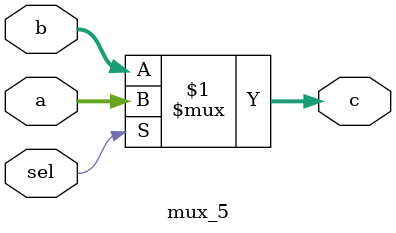
<source format=v>
module mux_5(a,b,sel,c);
  input [4:0] a, b;
  input sel;
  output [4:0] c;
  assign c=(sel)?a:b;
endmodule



</source>
